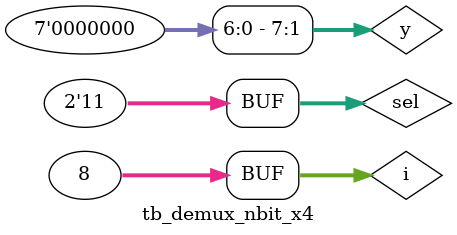
<source format=v>

module demux_nbit_x4
    // Parameters section
  #( parameter BUS_WIDTH = 8)
    // Ports section
  ( input [BUS_WIDTH-1:0] y,
    input [1:0] sel,
    output reg [BUS_WIDTH-1:0] a,
    output reg [BUS_WIDTH-1:0] b,
    output reg [BUS_WIDTH-1:0] c,
    output reg [BUS_WIDTH-1:0] d
  );
  
  always @(*) begin
    a = 0; b = 0; c = 0; d = 0;
    case (sel)
        2'd0 :  begin a = y; end
        2'd1 :  begin b = y; end
        2'd2 :  begin c = y; end
        2'd3 :  begin d = y; end
        default: begin a = y; end
    endcase
  end
  
endmodule


`timescale 1us/1ns

module tb_demux_nbit_x4(
    // no inputs here ;)
    );
	
    parameter BUS_WIDTH = 8;
    wire [BUS_WIDTH-1:0] a;
    wire [BUS_WIDTH-1:0] b;
    wire [BUS_WIDTH-1:0] c;
    wire [BUS_WIDTH-1:0] d;
    reg [1:0] sel;
    reg [BUS_WIDTH-1:0] y;
   
    integer i;

    // Instantiate the DUT 
    demux_nbit_x4
        #(.BUS_WIDTH(BUS_WIDTH))
      DEMUX0 ( 
        .y(y),
        .sel(sel),
        .a(a),
        .b(b),
        .c(c),
        .d(d)
    );
  
    // Create stimulus
    initial begin
        $monitor($time, " sel = %d, y = %d, a = %d, b = %d, c = %d, d = %d", 
                 sel, y, a, b, c, d);
        #1; sel = 0; y = 0;
        for (i = 0; i<8; i=i+1) begin
            #1; sel =  i%4; y = $urandom;
        end
    end
  
endmodule
</source>
